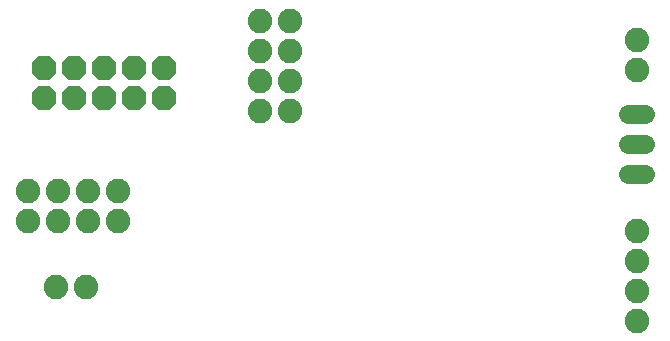
<source format=gbs>
G75*
%MOIN*%
%OFA0B0*%
%FSLAX24Y24*%
%IPPOS*%
%LPD*%
%AMOC8*
5,1,8,0,0,1.08239X$1,22.5*
%
%ADD10C,0.0640*%
%ADD11C,0.0820*%
%ADD12OC8,0.0820*%
D10*
X021966Y006313D02*
X022526Y006313D01*
X022526Y007313D02*
X021966Y007313D01*
X021966Y008313D02*
X022526Y008313D01*
D11*
X002896Y002523D03*
X003896Y002523D03*
X003966Y004743D03*
X004966Y004743D03*
X004966Y005743D03*
X003966Y005743D03*
X002966Y005743D03*
X001966Y005743D03*
X001966Y004743D03*
X002966Y004743D03*
X009696Y008413D03*
X010696Y008413D03*
X010696Y009413D03*
X009696Y009413D03*
X009696Y010413D03*
X010696Y010413D03*
X010696Y011413D03*
X009696Y011413D03*
X022246Y010763D03*
X022246Y009763D03*
X022246Y004413D03*
X022246Y003413D03*
X022246Y002413D03*
X022246Y001413D03*
D12*
X006506Y008833D03*
X005506Y008833D03*
X004506Y008833D03*
X003506Y008833D03*
X002506Y008833D03*
X002506Y009833D03*
X003506Y009833D03*
X004506Y009833D03*
X005506Y009833D03*
X006506Y009833D03*
M02*

</source>
